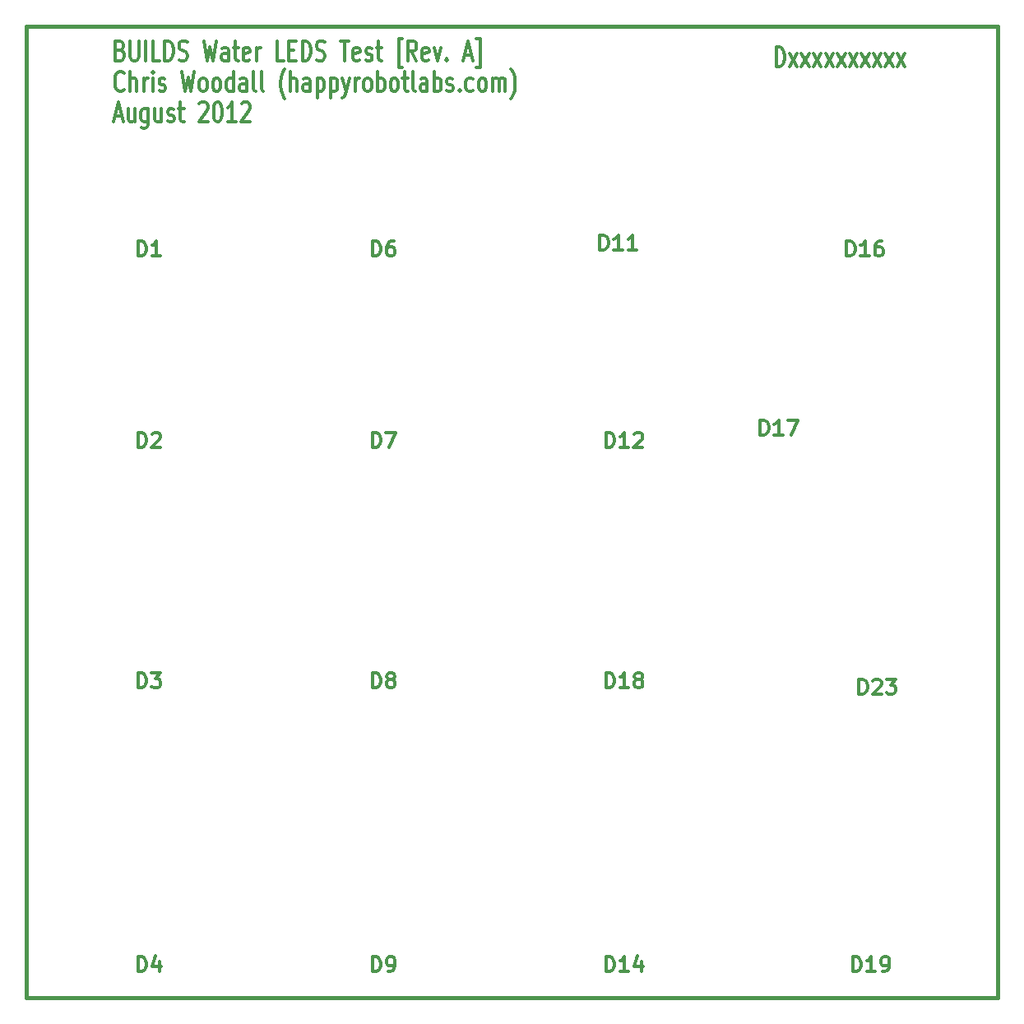
<source format=gto>
G04 (created by PCBNEW-RS274X (2011-nov-30)-testing) date Mon 20 Aug 2012 01:42:57 PM EDT*
%MOIN*%
G04 Gerber Fmt 3.4, Leading zero omitted, Abs format*
%FSLAX34Y34*%
G01*
G70*
G90*
G04 APERTURE LIST*
%ADD10C,0.006*%
%ADD11C,0.012*%
%ADD12C,0.015*%
%ADD13C,0.05*%
%ADD14C,0.3*%
%ADD15C,0.4*%
%ADD16C,0.2*%
%ADD17C,0.1*%
%ADD18C,0.16*%
%ADD19R,0.03X0.03*%
%ADD20C,0.19*%
G04 APERTURE END LIST*
G54D10*
G54D11*
X30413Y37676D02*
X30413Y38476D01*
X30556Y38476D01*
X30641Y38438D01*
X30699Y38362D01*
X30727Y38286D01*
X30756Y38133D01*
X30756Y38019D01*
X30727Y37867D01*
X30699Y37790D01*
X30641Y37714D01*
X30556Y37676D01*
X30413Y37676D01*
X30956Y37676D02*
X31270Y38210D01*
X30956Y38210D02*
X31270Y37676D01*
X31442Y37676D02*
X31756Y38210D01*
X31442Y38210D02*
X31756Y37676D01*
X31928Y37676D02*
X32242Y38210D01*
X31928Y38210D02*
X32242Y37676D01*
X32414Y37676D02*
X32728Y38210D01*
X32414Y38210D02*
X32728Y37676D01*
X32900Y37676D02*
X33214Y38210D01*
X32900Y38210D02*
X33214Y37676D01*
X33386Y37676D02*
X33700Y38210D01*
X33386Y38210D02*
X33700Y37676D01*
X33872Y37676D02*
X34186Y38210D01*
X33872Y38210D02*
X34186Y37676D01*
X34358Y37676D02*
X34672Y38210D01*
X34358Y38210D02*
X34672Y37676D01*
X34844Y37676D02*
X35158Y38210D01*
X34844Y38210D02*
X35158Y37676D01*
X35330Y37676D02*
X35644Y38210D01*
X35330Y38210D02*
X35644Y37676D01*
X3843Y38345D02*
X3929Y38307D01*
X3957Y38269D01*
X3986Y38193D01*
X3986Y38079D01*
X3957Y38002D01*
X3929Y37964D01*
X3871Y37926D01*
X3643Y37926D01*
X3643Y38726D01*
X3843Y38726D01*
X3900Y38688D01*
X3929Y38650D01*
X3957Y38574D01*
X3957Y38498D01*
X3929Y38421D01*
X3900Y38383D01*
X3843Y38345D01*
X3643Y38345D01*
X4243Y38726D02*
X4243Y38079D01*
X4271Y38002D01*
X4300Y37964D01*
X4357Y37926D01*
X4471Y37926D01*
X4529Y37964D01*
X4557Y38002D01*
X4586Y38079D01*
X4586Y38726D01*
X4872Y37926D02*
X4872Y38726D01*
X5444Y37926D02*
X5158Y37926D01*
X5158Y38726D01*
X5644Y37926D02*
X5644Y38726D01*
X5787Y38726D01*
X5872Y38688D01*
X5930Y38612D01*
X5958Y38536D01*
X5987Y38383D01*
X5987Y38269D01*
X5958Y38117D01*
X5930Y38040D01*
X5872Y37964D01*
X5787Y37926D01*
X5644Y37926D01*
X6215Y37964D02*
X6301Y37926D01*
X6444Y37926D01*
X6501Y37964D01*
X6530Y38002D01*
X6558Y38079D01*
X6558Y38155D01*
X6530Y38231D01*
X6501Y38269D01*
X6444Y38307D01*
X6330Y38345D01*
X6272Y38383D01*
X6244Y38421D01*
X6215Y38498D01*
X6215Y38574D01*
X6244Y38650D01*
X6272Y38688D01*
X6330Y38726D01*
X6472Y38726D01*
X6558Y38688D01*
X7215Y38726D02*
X7358Y37926D01*
X7472Y38498D01*
X7586Y37926D01*
X7729Y38726D01*
X8215Y37926D02*
X8215Y38345D01*
X8186Y38421D01*
X8129Y38460D01*
X8015Y38460D01*
X7958Y38421D01*
X8215Y37964D02*
X8158Y37926D01*
X8015Y37926D01*
X7958Y37964D01*
X7929Y38040D01*
X7929Y38117D01*
X7958Y38193D01*
X8015Y38231D01*
X8158Y38231D01*
X8215Y38269D01*
X8415Y38460D02*
X8644Y38460D01*
X8501Y38726D02*
X8501Y38040D01*
X8529Y37964D01*
X8587Y37926D01*
X8644Y37926D01*
X9072Y37964D02*
X9015Y37926D01*
X8901Y37926D01*
X8844Y37964D01*
X8815Y38040D01*
X8815Y38345D01*
X8844Y38421D01*
X8901Y38460D01*
X9015Y38460D01*
X9072Y38421D01*
X9101Y38345D01*
X9101Y38269D01*
X8815Y38193D01*
X9358Y37926D02*
X9358Y38460D01*
X9358Y38307D02*
X9386Y38383D01*
X9415Y38421D01*
X9472Y38460D01*
X9529Y38460D01*
X10472Y37926D02*
X10186Y37926D01*
X10186Y38726D01*
X10672Y38345D02*
X10872Y38345D01*
X10958Y37926D02*
X10672Y37926D01*
X10672Y38726D01*
X10958Y38726D01*
X11215Y37926D02*
X11215Y38726D01*
X11358Y38726D01*
X11443Y38688D01*
X11501Y38612D01*
X11529Y38536D01*
X11558Y38383D01*
X11558Y38269D01*
X11529Y38117D01*
X11501Y38040D01*
X11443Y37964D01*
X11358Y37926D01*
X11215Y37926D01*
X11786Y37964D02*
X11872Y37926D01*
X12015Y37926D01*
X12072Y37964D01*
X12101Y38002D01*
X12129Y38079D01*
X12129Y38155D01*
X12101Y38231D01*
X12072Y38269D01*
X12015Y38307D01*
X11901Y38345D01*
X11843Y38383D01*
X11815Y38421D01*
X11786Y38498D01*
X11786Y38574D01*
X11815Y38650D01*
X11843Y38688D01*
X11901Y38726D01*
X12043Y38726D01*
X12129Y38688D01*
X12757Y38726D02*
X13100Y38726D01*
X12929Y37926D02*
X12929Y38726D01*
X13528Y37964D02*
X13471Y37926D01*
X13357Y37926D01*
X13300Y37964D01*
X13271Y38040D01*
X13271Y38345D01*
X13300Y38421D01*
X13357Y38460D01*
X13471Y38460D01*
X13528Y38421D01*
X13557Y38345D01*
X13557Y38269D01*
X13271Y38193D01*
X13785Y37964D02*
X13842Y37926D01*
X13957Y37926D01*
X14014Y37964D01*
X14042Y38040D01*
X14042Y38079D01*
X14014Y38155D01*
X13957Y38193D01*
X13871Y38193D01*
X13814Y38231D01*
X13785Y38307D01*
X13785Y38345D01*
X13814Y38421D01*
X13871Y38460D01*
X13957Y38460D01*
X14014Y38421D01*
X14214Y38460D02*
X14443Y38460D01*
X14300Y38726D02*
X14300Y38040D01*
X14328Y37964D01*
X14386Y37926D01*
X14443Y37926D01*
X15271Y37660D02*
X15128Y37660D01*
X15128Y38802D01*
X15271Y38802D01*
X15843Y37926D02*
X15643Y38307D01*
X15500Y37926D02*
X15500Y38726D01*
X15728Y38726D01*
X15786Y38688D01*
X15814Y38650D01*
X15843Y38574D01*
X15843Y38460D01*
X15814Y38383D01*
X15786Y38345D01*
X15728Y38307D01*
X15500Y38307D01*
X16328Y37964D02*
X16271Y37926D01*
X16157Y37926D01*
X16100Y37964D01*
X16071Y38040D01*
X16071Y38345D01*
X16100Y38421D01*
X16157Y38460D01*
X16271Y38460D01*
X16328Y38421D01*
X16357Y38345D01*
X16357Y38269D01*
X16071Y38193D01*
X16557Y38460D02*
X16700Y37926D01*
X16842Y38460D01*
X17071Y38002D02*
X17099Y37964D01*
X17071Y37926D01*
X17042Y37964D01*
X17071Y38002D01*
X17071Y37926D01*
X17785Y38155D02*
X18071Y38155D01*
X17728Y37926D02*
X17928Y38726D01*
X18128Y37926D01*
X18271Y37660D02*
X18414Y37660D01*
X18414Y38802D01*
X18271Y38802D01*
X3986Y36762D02*
X3957Y36724D01*
X3871Y36686D01*
X3814Y36686D01*
X3729Y36724D01*
X3671Y36800D01*
X3643Y36877D01*
X3614Y37029D01*
X3614Y37143D01*
X3643Y37296D01*
X3671Y37372D01*
X3729Y37448D01*
X3814Y37486D01*
X3871Y37486D01*
X3957Y37448D01*
X3986Y37410D01*
X4243Y36686D02*
X4243Y37486D01*
X4500Y36686D02*
X4500Y37105D01*
X4471Y37181D01*
X4414Y37220D01*
X4329Y37220D01*
X4271Y37181D01*
X4243Y37143D01*
X4786Y36686D02*
X4786Y37220D01*
X4786Y37067D02*
X4814Y37143D01*
X4843Y37181D01*
X4900Y37220D01*
X4957Y37220D01*
X5157Y36686D02*
X5157Y37220D01*
X5157Y37486D02*
X5128Y37448D01*
X5157Y37410D01*
X5185Y37448D01*
X5157Y37486D01*
X5157Y37410D01*
X5414Y36724D02*
X5471Y36686D01*
X5586Y36686D01*
X5643Y36724D01*
X5671Y36800D01*
X5671Y36839D01*
X5643Y36915D01*
X5586Y36953D01*
X5500Y36953D01*
X5443Y36991D01*
X5414Y37067D01*
X5414Y37105D01*
X5443Y37181D01*
X5500Y37220D01*
X5586Y37220D01*
X5643Y37181D01*
X6329Y37486D02*
X6472Y36686D01*
X6586Y37258D01*
X6700Y36686D01*
X6843Y37486D01*
X7158Y36686D02*
X7100Y36724D01*
X7072Y36762D01*
X7043Y36839D01*
X7043Y37067D01*
X7072Y37143D01*
X7100Y37181D01*
X7158Y37220D01*
X7243Y37220D01*
X7300Y37181D01*
X7329Y37143D01*
X7358Y37067D01*
X7358Y36839D01*
X7329Y36762D01*
X7300Y36724D01*
X7243Y36686D01*
X7158Y36686D01*
X7701Y36686D02*
X7643Y36724D01*
X7615Y36762D01*
X7586Y36839D01*
X7586Y37067D01*
X7615Y37143D01*
X7643Y37181D01*
X7701Y37220D01*
X7786Y37220D01*
X7843Y37181D01*
X7872Y37143D01*
X7901Y37067D01*
X7901Y36839D01*
X7872Y36762D01*
X7843Y36724D01*
X7786Y36686D01*
X7701Y36686D01*
X8415Y36686D02*
X8415Y37486D01*
X8415Y36724D02*
X8358Y36686D01*
X8244Y36686D01*
X8186Y36724D01*
X8158Y36762D01*
X8129Y36839D01*
X8129Y37067D01*
X8158Y37143D01*
X8186Y37181D01*
X8244Y37220D01*
X8358Y37220D01*
X8415Y37181D01*
X8958Y36686D02*
X8958Y37105D01*
X8929Y37181D01*
X8872Y37220D01*
X8758Y37220D01*
X8701Y37181D01*
X8958Y36724D02*
X8901Y36686D01*
X8758Y36686D01*
X8701Y36724D01*
X8672Y36800D01*
X8672Y36877D01*
X8701Y36953D01*
X8758Y36991D01*
X8901Y36991D01*
X8958Y37029D01*
X9330Y36686D02*
X9272Y36724D01*
X9244Y36800D01*
X9244Y37486D01*
X9644Y36686D02*
X9586Y36724D01*
X9558Y36800D01*
X9558Y37486D01*
X10500Y36381D02*
X10472Y36420D01*
X10415Y36534D01*
X10386Y36610D01*
X10357Y36724D01*
X10329Y36915D01*
X10329Y37067D01*
X10357Y37258D01*
X10386Y37372D01*
X10415Y37448D01*
X10472Y37562D01*
X10500Y37600D01*
X10729Y36686D02*
X10729Y37486D01*
X10986Y36686D02*
X10986Y37105D01*
X10957Y37181D01*
X10900Y37220D01*
X10815Y37220D01*
X10757Y37181D01*
X10729Y37143D01*
X11529Y36686D02*
X11529Y37105D01*
X11500Y37181D01*
X11443Y37220D01*
X11329Y37220D01*
X11272Y37181D01*
X11529Y36724D02*
X11472Y36686D01*
X11329Y36686D01*
X11272Y36724D01*
X11243Y36800D01*
X11243Y36877D01*
X11272Y36953D01*
X11329Y36991D01*
X11472Y36991D01*
X11529Y37029D01*
X11815Y37220D02*
X11815Y36420D01*
X11815Y37181D02*
X11872Y37220D01*
X11986Y37220D01*
X12043Y37181D01*
X12072Y37143D01*
X12101Y37067D01*
X12101Y36839D01*
X12072Y36762D01*
X12043Y36724D01*
X11986Y36686D01*
X11872Y36686D01*
X11815Y36724D01*
X12358Y37220D02*
X12358Y36420D01*
X12358Y37181D02*
X12415Y37220D01*
X12529Y37220D01*
X12586Y37181D01*
X12615Y37143D01*
X12644Y37067D01*
X12644Y36839D01*
X12615Y36762D01*
X12586Y36724D01*
X12529Y36686D01*
X12415Y36686D01*
X12358Y36724D01*
X12844Y37220D02*
X12987Y36686D01*
X13129Y37220D02*
X12987Y36686D01*
X12929Y36496D01*
X12901Y36458D01*
X12844Y36420D01*
X13358Y36686D02*
X13358Y37220D01*
X13358Y37067D02*
X13386Y37143D01*
X13415Y37181D01*
X13472Y37220D01*
X13529Y37220D01*
X13815Y36686D02*
X13757Y36724D01*
X13729Y36762D01*
X13700Y36839D01*
X13700Y37067D01*
X13729Y37143D01*
X13757Y37181D01*
X13815Y37220D01*
X13900Y37220D01*
X13957Y37181D01*
X13986Y37143D01*
X14015Y37067D01*
X14015Y36839D01*
X13986Y36762D01*
X13957Y36724D01*
X13900Y36686D01*
X13815Y36686D01*
X14272Y36686D02*
X14272Y37486D01*
X14272Y37181D02*
X14329Y37220D01*
X14443Y37220D01*
X14500Y37181D01*
X14529Y37143D01*
X14558Y37067D01*
X14558Y36839D01*
X14529Y36762D01*
X14500Y36724D01*
X14443Y36686D01*
X14329Y36686D01*
X14272Y36724D01*
X14901Y36686D02*
X14843Y36724D01*
X14815Y36762D01*
X14786Y36839D01*
X14786Y37067D01*
X14815Y37143D01*
X14843Y37181D01*
X14901Y37220D01*
X14986Y37220D01*
X15043Y37181D01*
X15072Y37143D01*
X15101Y37067D01*
X15101Y36839D01*
X15072Y36762D01*
X15043Y36724D01*
X14986Y36686D01*
X14901Y36686D01*
X15272Y37220D02*
X15501Y37220D01*
X15358Y37486D02*
X15358Y36800D01*
X15386Y36724D01*
X15444Y36686D01*
X15501Y36686D01*
X15787Y36686D02*
X15729Y36724D01*
X15701Y36800D01*
X15701Y37486D01*
X16272Y36686D02*
X16272Y37105D01*
X16243Y37181D01*
X16186Y37220D01*
X16072Y37220D01*
X16015Y37181D01*
X16272Y36724D02*
X16215Y36686D01*
X16072Y36686D01*
X16015Y36724D01*
X15986Y36800D01*
X15986Y36877D01*
X16015Y36953D01*
X16072Y36991D01*
X16215Y36991D01*
X16272Y37029D01*
X16558Y36686D02*
X16558Y37486D01*
X16558Y37181D02*
X16615Y37220D01*
X16729Y37220D01*
X16786Y37181D01*
X16815Y37143D01*
X16844Y37067D01*
X16844Y36839D01*
X16815Y36762D01*
X16786Y36724D01*
X16729Y36686D01*
X16615Y36686D01*
X16558Y36724D01*
X17072Y36724D02*
X17129Y36686D01*
X17244Y36686D01*
X17301Y36724D01*
X17329Y36800D01*
X17329Y36839D01*
X17301Y36915D01*
X17244Y36953D01*
X17158Y36953D01*
X17101Y36991D01*
X17072Y37067D01*
X17072Y37105D01*
X17101Y37181D01*
X17158Y37220D01*
X17244Y37220D01*
X17301Y37181D01*
X17587Y36762D02*
X17615Y36724D01*
X17587Y36686D01*
X17558Y36724D01*
X17587Y36762D01*
X17587Y36686D01*
X18130Y36724D02*
X18073Y36686D01*
X17959Y36686D01*
X17901Y36724D01*
X17873Y36762D01*
X17844Y36839D01*
X17844Y37067D01*
X17873Y37143D01*
X17901Y37181D01*
X17959Y37220D01*
X18073Y37220D01*
X18130Y37181D01*
X18473Y36686D02*
X18415Y36724D01*
X18387Y36762D01*
X18358Y36839D01*
X18358Y37067D01*
X18387Y37143D01*
X18415Y37181D01*
X18473Y37220D01*
X18558Y37220D01*
X18615Y37181D01*
X18644Y37143D01*
X18673Y37067D01*
X18673Y36839D01*
X18644Y36762D01*
X18615Y36724D01*
X18558Y36686D01*
X18473Y36686D01*
X18930Y36686D02*
X18930Y37220D01*
X18930Y37143D02*
X18958Y37181D01*
X19016Y37220D01*
X19101Y37220D01*
X19158Y37181D01*
X19187Y37105D01*
X19187Y36686D01*
X19187Y37105D02*
X19216Y37181D01*
X19273Y37220D01*
X19358Y37220D01*
X19416Y37181D01*
X19444Y37105D01*
X19444Y36686D01*
X19673Y36381D02*
X19701Y36420D01*
X19758Y36534D01*
X19787Y36610D01*
X19816Y36724D01*
X19844Y36915D01*
X19844Y37067D01*
X19816Y37258D01*
X19787Y37372D01*
X19758Y37448D01*
X19701Y37562D01*
X19673Y37600D01*
X3614Y35675D02*
X3900Y35675D01*
X3557Y35446D02*
X3757Y36246D01*
X3957Y35446D01*
X4414Y35980D02*
X4414Y35446D01*
X4157Y35980D02*
X4157Y35560D01*
X4185Y35484D01*
X4243Y35446D01*
X4328Y35446D01*
X4385Y35484D01*
X4414Y35522D01*
X4957Y35980D02*
X4957Y35332D01*
X4928Y35256D01*
X4900Y35218D01*
X4843Y35180D01*
X4757Y35180D01*
X4700Y35218D01*
X4957Y35484D02*
X4900Y35446D01*
X4786Y35446D01*
X4728Y35484D01*
X4700Y35522D01*
X4671Y35599D01*
X4671Y35827D01*
X4700Y35903D01*
X4728Y35941D01*
X4786Y35980D01*
X4900Y35980D01*
X4957Y35941D01*
X5500Y35980D02*
X5500Y35446D01*
X5243Y35980D02*
X5243Y35560D01*
X5271Y35484D01*
X5329Y35446D01*
X5414Y35446D01*
X5471Y35484D01*
X5500Y35522D01*
X5757Y35484D02*
X5814Y35446D01*
X5929Y35446D01*
X5986Y35484D01*
X6014Y35560D01*
X6014Y35599D01*
X5986Y35675D01*
X5929Y35713D01*
X5843Y35713D01*
X5786Y35751D01*
X5757Y35827D01*
X5757Y35865D01*
X5786Y35941D01*
X5843Y35980D01*
X5929Y35980D01*
X5986Y35941D01*
X6186Y35980D02*
X6415Y35980D01*
X6272Y36246D02*
X6272Y35560D01*
X6300Y35484D01*
X6358Y35446D01*
X6415Y35446D01*
X7043Y36170D02*
X7072Y36208D01*
X7129Y36246D01*
X7272Y36246D01*
X7329Y36208D01*
X7358Y36170D01*
X7386Y36094D01*
X7386Y36018D01*
X7358Y35903D01*
X7015Y35446D01*
X7386Y35446D01*
X7757Y36246D02*
X7814Y36246D01*
X7871Y36208D01*
X7900Y36170D01*
X7929Y36094D01*
X7957Y35941D01*
X7957Y35751D01*
X7929Y35599D01*
X7900Y35522D01*
X7871Y35484D01*
X7814Y35446D01*
X7757Y35446D01*
X7700Y35484D01*
X7671Y35522D01*
X7643Y35599D01*
X7614Y35751D01*
X7614Y35941D01*
X7643Y36094D01*
X7671Y36170D01*
X7700Y36208D01*
X7757Y36246D01*
X8528Y35446D02*
X8185Y35446D01*
X8357Y35446D02*
X8357Y36246D01*
X8300Y36132D01*
X8242Y36056D01*
X8185Y36018D01*
X8756Y36170D02*
X8785Y36208D01*
X8842Y36246D01*
X8985Y36246D01*
X9042Y36208D01*
X9071Y36170D01*
X9099Y36094D01*
X9099Y36018D01*
X9071Y35903D01*
X8728Y35446D01*
X9099Y35446D01*
G54D12*
X24Y-53D02*
X24Y39317D01*
X39394Y-53D02*
X24Y-53D01*
X39394Y39317D02*
X39394Y-53D01*
X24Y39317D02*
X39394Y39317D01*
G54D11*
X4558Y12507D02*
X4558Y13107D01*
X4701Y13107D01*
X4786Y13079D01*
X4844Y13021D01*
X4872Y12964D01*
X4901Y12850D01*
X4901Y12764D01*
X4872Y12650D01*
X4844Y12593D01*
X4786Y12536D01*
X4701Y12507D01*
X4558Y12507D01*
X5101Y13107D02*
X5472Y13107D01*
X5272Y12879D01*
X5358Y12879D01*
X5415Y12850D01*
X5444Y12821D01*
X5472Y12764D01*
X5472Y12621D01*
X5444Y12564D01*
X5415Y12536D01*
X5358Y12507D01*
X5186Y12507D01*
X5129Y12536D01*
X5101Y12564D01*
X4558Y1007D02*
X4558Y1607D01*
X4701Y1607D01*
X4786Y1579D01*
X4844Y1521D01*
X4872Y1464D01*
X4901Y1350D01*
X4901Y1264D01*
X4872Y1150D01*
X4844Y1093D01*
X4786Y1036D01*
X4701Y1007D01*
X4558Y1007D01*
X5415Y1407D02*
X5415Y1007D01*
X5272Y1636D02*
X5129Y1207D01*
X5501Y1207D01*
X33522Y1007D02*
X33522Y1607D01*
X33665Y1607D01*
X33750Y1579D01*
X33808Y1521D01*
X33836Y1464D01*
X33865Y1350D01*
X33865Y1264D01*
X33836Y1150D01*
X33808Y1093D01*
X33750Y1036D01*
X33665Y1007D01*
X33522Y1007D01*
X34436Y1007D02*
X34093Y1007D01*
X34265Y1007D02*
X34265Y1607D01*
X34208Y1521D01*
X34150Y1464D01*
X34093Y1436D01*
X34721Y1007D02*
X34836Y1007D01*
X34893Y1036D01*
X34921Y1064D01*
X34979Y1150D01*
X35007Y1264D01*
X35007Y1493D01*
X34979Y1550D01*
X34950Y1579D01*
X34893Y1607D01*
X34779Y1607D01*
X34721Y1579D01*
X34693Y1550D01*
X34664Y1493D01*
X34664Y1350D01*
X34693Y1293D01*
X34721Y1264D01*
X34779Y1236D01*
X34893Y1236D01*
X34950Y1264D01*
X34979Y1293D01*
X35007Y1350D01*
X23522Y22257D02*
X23522Y22857D01*
X23665Y22857D01*
X23750Y22829D01*
X23808Y22771D01*
X23836Y22714D01*
X23865Y22600D01*
X23865Y22514D01*
X23836Y22400D01*
X23808Y22343D01*
X23750Y22286D01*
X23665Y22257D01*
X23522Y22257D01*
X24436Y22257D02*
X24093Y22257D01*
X24265Y22257D02*
X24265Y22857D01*
X24208Y22771D01*
X24150Y22714D01*
X24093Y22686D01*
X24664Y22800D02*
X24693Y22829D01*
X24750Y22857D01*
X24893Y22857D01*
X24950Y22829D01*
X24979Y22800D01*
X25007Y22743D01*
X25007Y22686D01*
X24979Y22600D01*
X24636Y22257D01*
X25007Y22257D01*
X29772Y22757D02*
X29772Y23357D01*
X29915Y23357D01*
X30000Y23329D01*
X30058Y23271D01*
X30086Y23214D01*
X30115Y23100D01*
X30115Y23014D01*
X30086Y22900D01*
X30058Y22843D01*
X30000Y22786D01*
X29915Y22757D01*
X29772Y22757D01*
X30686Y22757D02*
X30343Y22757D01*
X30515Y22757D02*
X30515Y23357D01*
X30458Y23271D01*
X30400Y23214D01*
X30343Y23186D01*
X30886Y23357D02*
X31286Y23357D01*
X31029Y22757D01*
X14058Y12507D02*
X14058Y13107D01*
X14201Y13107D01*
X14286Y13079D01*
X14344Y13021D01*
X14372Y12964D01*
X14401Y12850D01*
X14401Y12764D01*
X14372Y12650D01*
X14344Y12593D01*
X14286Y12536D01*
X14201Y12507D01*
X14058Y12507D01*
X14744Y12850D02*
X14686Y12879D01*
X14658Y12907D01*
X14629Y12964D01*
X14629Y12993D01*
X14658Y13050D01*
X14686Y13079D01*
X14744Y13107D01*
X14858Y13107D01*
X14915Y13079D01*
X14944Y13050D01*
X14972Y12993D01*
X14972Y12964D01*
X14944Y12907D01*
X14915Y12879D01*
X14858Y12850D01*
X14744Y12850D01*
X14686Y12821D01*
X14658Y12793D01*
X14629Y12736D01*
X14629Y12621D01*
X14658Y12564D01*
X14686Y12536D01*
X14744Y12507D01*
X14858Y12507D01*
X14915Y12536D01*
X14944Y12564D01*
X14972Y12621D01*
X14972Y12736D01*
X14944Y12793D01*
X14915Y12821D01*
X14858Y12850D01*
X23522Y12507D02*
X23522Y13107D01*
X23665Y13107D01*
X23750Y13079D01*
X23808Y13021D01*
X23836Y12964D01*
X23865Y12850D01*
X23865Y12764D01*
X23836Y12650D01*
X23808Y12593D01*
X23750Y12536D01*
X23665Y12507D01*
X23522Y12507D01*
X24436Y12507D02*
X24093Y12507D01*
X24265Y12507D02*
X24265Y13107D01*
X24208Y13021D01*
X24150Y12964D01*
X24093Y12936D01*
X24779Y12850D02*
X24721Y12879D01*
X24693Y12907D01*
X24664Y12964D01*
X24664Y12993D01*
X24693Y13050D01*
X24721Y13079D01*
X24779Y13107D01*
X24893Y13107D01*
X24950Y13079D01*
X24979Y13050D01*
X25007Y12993D01*
X25007Y12964D01*
X24979Y12907D01*
X24950Y12879D01*
X24893Y12850D01*
X24779Y12850D01*
X24721Y12821D01*
X24693Y12793D01*
X24664Y12736D01*
X24664Y12621D01*
X24693Y12564D01*
X24721Y12536D01*
X24779Y12507D01*
X24893Y12507D01*
X24950Y12536D01*
X24979Y12564D01*
X25007Y12621D01*
X25007Y12736D01*
X24979Y12793D01*
X24950Y12821D01*
X24893Y12850D01*
X4558Y30007D02*
X4558Y30607D01*
X4701Y30607D01*
X4786Y30579D01*
X4844Y30521D01*
X4872Y30464D01*
X4901Y30350D01*
X4901Y30264D01*
X4872Y30150D01*
X4844Y30093D01*
X4786Y30036D01*
X4701Y30007D01*
X4558Y30007D01*
X5472Y30007D02*
X5129Y30007D01*
X5301Y30007D02*
X5301Y30607D01*
X5244Y30521D01*
X5186Y30464D01*
X5129Y30436D01*
X23272Y30257D02*
X23272Y30857D01*
X23415Y30857D01*
X23500Y30829D01*
X23558Y30771D01*
X23586Y30714D01*
X23615Y30600D01*
X23615Y30514D01*
X23586Y30400D01*
X23558Y30343D01*
X23500Y30286D01*
X23415Y30257D01*
X23272Y30257D01*
X24186Y30257D02*
X23843Y30257D01*
X24015Y30257D02*
X24015Y30857D01*
X23958Y30771D01*
X23900Y30714D01*
X23843Y30686D01*
X24757Y30257D02*
X24414Y30257D01*
X24586Y30257D02*
X24586Y30857D01*
X24529Y30771D01*
X24471Y30714D01*
X24414Y30686D01*
X14058Y30007D02*
X14058Y30607D01*
X14201Y30607D01*
X14286Y30579D01*
X14344Y30521D01*
X14372Y30464D01*
X14401Y30350D01*
X14401Y30264D01*
X14372Y30150D01*
X14344Y30093D01*
X14286Y30036D01*
X14201Y30007D01*
X14058Y30007D01*
X14915Y30607D02*
X14801Y30607D01*
X14744Y30579D01*
X14715Y30550D01*
X14658Y30464D01*
X14629Y30350D01*
X14629Y30121D01*
X14658Y30064D01*
X14686Y30036D01*
X14744Y30007D01*
X14858Y30007D01*
X14915Y30036D01*
X14944Y30064D01*
X14972Y30121D01*
X14972Y30264D01*
X14944Y30321D01*
X14915Y30350D01*
X14858Y30379D01*
X14744Y30379D01*
X14686Y30350D01*
X14658Y30321D01*
X14629Y30264D01*
X33272Y30007D02*
X33272Y30607D01*
X33415Y30607D01*
X33500Y30579D01*
X33558Y30521D01*
X33586Y30464D01*
X33615Y30350D01*
X33615Y30264D01*
X33586Y30150D01*
X33558Y30093D01*
X33500Y30036D01*
X33415Y30007D01*
X33272Y30007D01*
X34186Y30007D02*
X33843Y30007D01*
X34015Y30007D02*
X34015Y30607D01*
X33958Y30521D01*
X33900Y30464D01*
X33843Y30436D01*
X34700Y30607D02*
X34586Y30607D01*
X34529Y30579D01*
X34500Y30550D01*
X34443Y30464D01*
X34414Y30350D01*
X34414Y30121D01*
X34443Y30064D01*
X34471Y30036D01*
X34529Y30007D01*
X34643Y30007D01*
X34700Y30036D01*
X34729Y30064D01*
X34757Y30121D01*
X34757Y30264D01*
X34729Y30321D01*
X34700Y30350D01*
X34643Y30379D01*
X34529Y30379D01*
X34471Y30350D01*
X34443Y30321D01*
X34414Y30264D01*
X14058Y1007D02*
X14058Y1607D01*
X14201Y1607D01*
X14286Y1579D01*
X14344Y1521D01*
X14372Y1464D01*
X14401Y1350D01*
X14401Y1264D01*
X14372Y1150D01*
X14344Y1093D01*
X14286Y1036D01*
X14201Y1007D01*
X14058Y1007D01*
X14686Y1007D02*
X14801Y1007D01*
X14858Y1036D01*
X14886Y1064D01*
X14944Y1150D01*
X14972Y1264D01*
X14972Y1493D01*
X14944Y1550D01*
X14915Y1579D01*
X14858Y1607D01*
X14744Y1607D01*
X14686Y1579D01*
X14658Y1550D01*
X14629Y1493D01*
X14629Y1350D01*
X14658Y1293D01*
X14686Y1264D01*
X14744Y1236D01*
X14858Y1236D01*
X14915Y1264D01*
X14944Y1293D01*
X14972Y1350D01*
X23522Y1007D02*
X23522Y1607D01*
X23665Y1607D01*
X23750Y1579D01*
X23808Y1521D01*
X23836Y1464D01*
X23865Y1350D01*
X23865Y1264D01*
X23836Y1150D01*
X23808Y1093D01*
X23750Y1036D01*
X23665Y1007D01*
X23522Y1007D01*
X24436Y1007D02*
X24093Y1007D01*
X24265Y1007D02*
X24265Y1607D01*
X24208Y1521D01*
X24150Y1464D01*
X24093Y1436D01*
X24950Y1407D02*
X24950Y1007D01*
X24807Y1636D02*
X24664Y1207D01*
X25036Y1207D01*
X33772Y12257D02*
X33772Y12857D01*
X33915Y12857D01*
X34000Y12829D01*
X34058Y12771D01*
X34086Y12714D01*
X34115Y12600D01*
X34115Y12514D01*
X34086Y12400D01*
X34058Y12343D01*
X34000Y12286D01*
X33915Y12257D01*
X33772Y12257D01*
X34343Y12800D02*
X34372Y12829D01*
X34429Y12857D01*
X34572Y12857D01*
X34629Y12829D01*
X34658Y12800D01*
X34686Y12743D01*
X34686Y12686D01*
X34658Y12600D01*
X34315Y12257D01*
X34686Y12257D01*
X34886Y12857D02*
X35257Y12857D01*
X35057Y12629D01*
X35143Y12629D01*
X35200Y12600D01*
X35229Y12571D01*
X35257Y12514D01*
X35257Y12371D01*
X35229Y12314D01*
X35200Y12286D01*
X35143Y12257D01*
X34971Y12257D01*
X34914Y12286D01*
X34886Y12314D01*
X4558Y22257D02*
X4558Y22857D01*
X4701Y22857D01*
X4786Y22829D01*
X4844Y22771D01*
X4872Y22714D01*
X4901Y22600D01*
X4901Y22514D01*
X4872Y22400D01*
X4844Y22343D01*
X4786Y22286D01*
X4701Y22257D01*
X4558Y22257D01*
X5129Y22800D02*
X5158Y22829D01*
X5215Y22857D01*
X5358Y22857D01*
X5415Y22829D01*
X5444Y22800D01*
X5472Y22743D01*
X5472Y22686D01*
X5444Y22600D01*
X5101Y22257D01*
X5472Y22257D01*
X14058Y22257D02*
X14058Y22857D01*
X14201Y22857D01*
X14286Y22829D01*
X14344Y22771D01*
X14372Y22714D01*
X14401Y22600D01*
X14401Y22514D01*
X14372Y22400D01*
X14344Y22343D01*
X14286Y22286D01*
X14201Y22257D01*
X14058Y22257D01*
X14601Y22857D02*
X15001Y22857D01*
X14744Y22257D01*
%LPC*%
G54D13*
X8330Y17750D02*
G75*
G03X8330Y17750I-3330J0D01*
G74*
G01*
G54D14*
X6500Y17750D02*
G75*
G03X6500Y17750I-1500J0D01*
G74*
G01*
G54D13*
X9330Y6750D02*
G75*
G03X9330Y6750I-4330J0D01*
G74*
G01*
G54D15*
X7000Y6750D02*
G75*
G03X7000Y6750I-2000J0D01*
G74*
G01*
G54D13*
X38800Y6750D02*
G75*
G03X38800Y6750I-4550J0D01*
G74*
G01*
G54D15*
X36250Y6750D02*
G75*
G03X36250Y6750I-2000J0D01*
G74*
G01*
G54D13*
X26700Y26000D02*
G75*
G03X26700Y26000I-2450J0D01*
G74*
G01*
G54D16*
X25250Y26000D02*
G75*
G03X25250Y26000I-1000J0D01*
G74*
G01*
G54D13*
X36800Y26000D02*
G75*
G03X36800Y26000I-2550J0D01*
G74*
G01*
G54D16*
X35250Y26000D02*
G75*
G03X35250Y26000I-1000J0D01*
G74*
G01*
G54D13*
X17870Y17750D02*
G75*
G03X17870Y17750I-3370J0D01*
G74*
G01*
G54D14*
X16000Y17750D02*
G75*
G03X16000Y17750I-1500J0D01*
G74*
G01*
G54D13*
X27800Y17750D02*
G75*
G03X27800Y17750I-3550J0D01*
G74*
G01*
G54D14*
X25750Y17750D02*
G75*
G03X25750Y17750I-1500J0D01*
G74*
G01*
G54D13*
X6330Y33250D02*
G75*
G03X6330Y33250I-1330J0D01*
G74*
G01*
G54D17*
X5500Y33250D02*
G75*
G03X5500Y33250I-500J0D01*
G74*
G01*
G54D13*
X25700Y33250D02*
G75*
G03X25700Y33250I-1450J0D01*
G74*
G01*
G54D17*
X24750Y33250D02*
G75*
G03X24750Y33250I-500J0D01*
G74*
G01*
G54D13*
X15870Y33250D02*
G75*
G03X15870Y33250I-1370J0D01*
G74*
G01*
G54D17*
X15000Y33250D02*
G75*
G03X15000Y33250I-500J0D01*
G74*
G01*
G54D13*
X35800Y33250D02*
G75*
G03X35800Y33250I-1550J0D01*
G74*
G01*
G54D17*
X34750Y33250D02*
G75*
G03X34750Y33250I-500J0D01*
G74*
G01*
G54D13*
X18870Y6750D02*
G75*
G03X18870Y6750I-4370J0D01*
G74*
G01*
G54D15*
X16500Y6750D02*
G75*
G03X16500Y6750I-2000J0D01*
G74*
G01*
G54D13*
X28700Y6750D02*
G75*
G03X28700Y6750I-4450J0D01*
G74*
G01*
G54D15*
X26250Y6750D02*
G75*
G03X26250Y6750I-2000J0D01*
G74*
G01*
G54D13*
X38000Y17750D02*
G75*
G03X38000Y17750I-3750J0D01*
G74*
G01*
G54D14*
X35750Y17750D02*
G75*
G03X35750Y17750I-1500J0D01*
G74*
G01*
G54D13*
X7340Y26000D02*
G75*
G03X7340Y26000I-2340J0D01*
G74*
G01*
G54D16*
X6000Y26000D02*
G75*
G03X6000Y26000I-1000J0D01*
G74*
G01*
G54D13*
X16870Y26000D02*
G75*
G03X16870Y26000I-2370J0D01*
G74*
G01*
G54D16*
X15500Y26000D02*
G75*
G03X15500Y26000I-1000J0D01*
G74*
G01*
G54D18*
X5000Y17750D03*
G54D19*
X1600Y17750D03*
G54D18*
X5000Y6750D03*
G54D19*
X5000Y11150D03*
G54D18*
X34250Y6750D03*
G54D19*
X34250Y11350D03*
G54D18*
X24250Y26000D03*
G54D19*
X24250Y28500D03*
G54D20*
X1500Y1250D03*
X38000Y1250D03*
X38000Y37750D03*
X1500Y37750D03*
G54D18*
X34250Y26000D03*
G54D19*
X34250Y28600D03*
G54D18*
X14500Y17750D03*
G54D19*
X14500Y21200D03*
G54D18*
X24250Y17750D03*
G54D19*
X24250Y21350D03*
G54D18*
X5000Y33250D03*
G54D19*
X5000Y34580D03*
G54D18*
X24250Y33250D03*
G54D19*
X24250Y34800D03*
G54D18*
X14500Y33250D03*
G54D19*
X14500Y34700D03*
G54D18*
X34250Y33250D03*
G54D19*
X34250Y34850D03*
G54D18*
X14500Y6750D03*
G54D19*
X14505Y11195D03*
G54D18*
X24250Y6750D03*
G54D19*
X24250Y11250D03*
G54D18*
X34250Y17750D03*
G54D19*
X30450Y17750D03*
G54D18*
X5000Y26000D03*
G54D19*
X5000Y28400D03*
G54D18*
X14500Y26000D03*
G54D19*
X14500Y28400D03*
M02*

</source>
